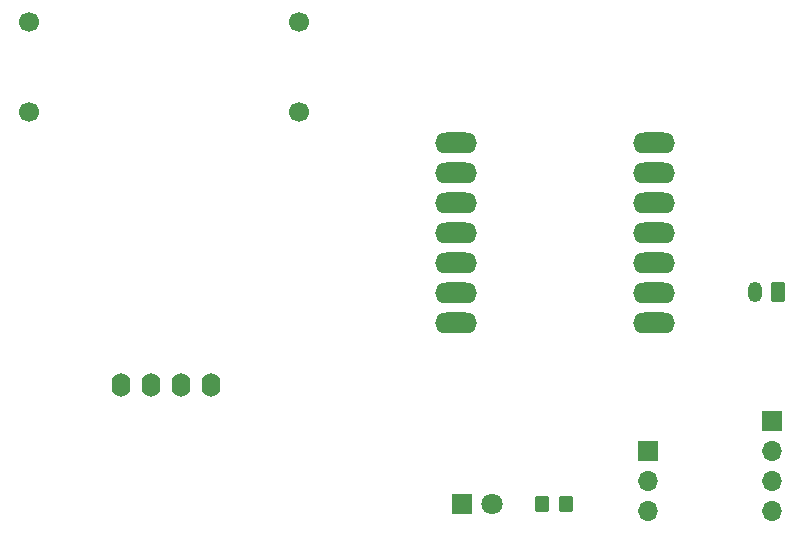
<source format=gbr>
%TF.GenerationSoftware,KiCad,Pcbnew,8.0.7*%
%TF.CreationDate,2025-02-27T15:03:55-08:00*%
%TF.ProjectId,514finalpcbdesign,35313466-696e-4616-9c70-636264657369,rev?*%
%TF.SameCoordinates,Original*%
%TF.FileFunction,Soldermask,Top*%
%TF.FilePolarity,Negative*%
%FSLAX46Y46*%
G04 Gerber Fmt 4.6, Leading zero omitted, Abs format (unit mm)*
G04 Created by KiCad (PCBNEW 8.0.7) date 2025-02-27 15:03:55*
%MOMM*%
%LPD*%
G01*
G04 APERTURE LIST*
G04 Aperture macros list*
%AMRoundRect*
0 Rectangle with rounded corners*
0 $1 Rounding radius*
0 $2 $3 $4 $5 $6 $7 $8 $9 X,Y pos of 4 corners*
0 Add a 4 corners polygon primitive as box body*
4,1,4,$2,$3,$4,$5,$6,$7,$8,$9,$2,$3,0*
0 Add four circle primitives for the rounded corners*
1,1,$1+$1,$2,$3*
1,1,$1+$1,$4,$5*
1,1,$1+$1,$6,$7*
1,1,$1+$1,$8,$9*
0 Add four rect primitives between the rounded corners*
20,1,$1+$1,$2,$3,$4,$5,0*
20,1,$1+$1,$4,$5,$6,$7,0*
20,1,$1+$1,$6,$7,$8,$9,0*
20,1,$1+$1,$8,$9,$2,$3,0*%
G04 Aperture macros list end*
%ADD10R,1.700000X1.700000*%
%ADD11O,1.700000X1.700000*%
%ADD12RoundRect,0.250000X-0.350000X-0.450000X0.350000X-0.450000X0.350000X0.450000X-0.350000X0.450000X0*%
%ADD13O,1.600000X2.000000*%
%ADD14O,3.556000X1.778000*%
%ADD15C,1.700000*%
%ADD16R,1.800000X1.800000*%
%ADD17C,1.800000*%
%ADD18RoundRect,0.250000X0.350000X0.625000X-0.350000X0.625000X-0.350000X-0.625000X0.350000X-0.625000X0*%
%ADD19O,1.200000X1.750000*%
G04 APERTURE END LIST*
D10*
%TO.C,J2*%
X176402527Y-97862527D03*
D11*
X176402527Y-100402527D03*
X176402527Y-102942527D03*
X176402527Y-105482527D03*
%TD*%
D12*
%TO.C,R8*%
X156902527Y-104902527D03*
X158902527Y-104902527D03*
%TD*%
D13*
%TO.C,Brd1*%
X121282527Y-94802527D03*
X123822527Y-94802527D03*
X126362527Y-94802527D03*
X128902527Y-94802527D03*
%TD*%
D14*
%TO.C,U4*%
X149640527Y-74282527D03*
X149640527Y-76822527D03*
X149640527Y-79362527D03*
X149640527Y-81902527D03*
X149640527Y-84442527D03*
X149640527Y-86982527D03*
X149640527Y-89522527D03*
X166404527Y-74282527D03*
X166404527Y-76822527D03*
X166404527Y-79362527D03*
X166404527Y-81902527D03*
X166404527Y-84442527D03*
X166404527Y-86982527D03*
X166404527Y-89522527D03*
%TD*%
D15*
%TO.C,M3*%
X136332527Y-64092527D03*
X136332527Y-71712527D03*
X113472527Y-64092527D03*
X113472527Y-71712527D03*
%TD*%
D10*
%TO.C,SW1*%
X165902527Y-100402527D03*
D11*
X165902527Y-102942527D03*
X165902527Y-105482527D03*
%TD*%
D16*
%TO.C,D1*%
X150132527Y-104902527D03*
D17*
X152672527Y-104902527D03*
%TD*%
D18*
%TO.C,J1*%
X176902527Y-86952527D03*
D19*
X174902527Y-86952527D03*
%TD*%
M02*

</source>
